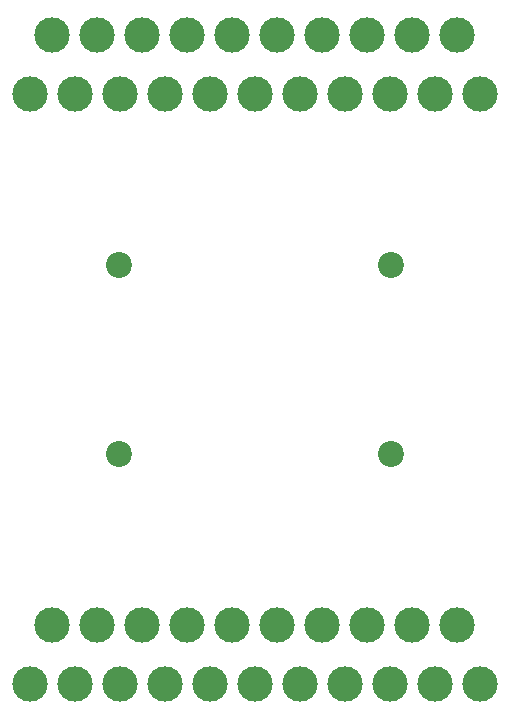
<source format=gbr>
%TF.GenerationSoftware,KiCad,Pcbnew,(6.0.8)*%
%TF.CreationDate,2023-05-31T19:07:23+02:00*%
%TF.ProjectId,RT5XP-EXP-Interconnect,52543558-502d-4455-9850-2d496e746572,rev?*%
%TF.SameCoordinates,Original*%
%TF.FileFunction,Soldermask,Bot*%
%TF.FilePolarity,Negative*%
%FSLAX46Y46*%
G04 Gerber Fmt 4.6, Leading zero omitted, Abs format (unit mm)*
G04 Created by KiCad (PCBNEW (6.0.8)) date 2023-05-31 19:07:23*
%MOMM*%
%LPD*%
G01*
G04 APERTURE LIST*
%ADD10C,2.200000*%
%ADD11C,3.000000*%
G04 APERTURE END LIST*
D10*
%TO.C,REF\u002A\u002A*%
X119400000Y-120500000D03*
%TD*%
%TO.C,REF\u002A\u002A*%
X119400000Y-104500000D03*
%TD*%
%TO.C,REF\u002A\u002A*%
X142400000Y-104500000D03*
%TD*%
%TO.C,REF\u002A\u002A*%
X142400000Y-120500000D03*
%TD*%
D11*
%TO.C,J2*%
X149950000Y-90000000D03*
X148045000Y-85000000D03*
X146140000Y-90000000D03*
X144235000Y-85000000D03*
X142330000Y-90000000D03*
X140425000Y-85000000D03*
X138520000Y-90000000D03*
X136615000Y-85000000D03*
X134710000Y-90000000D03*
X132805000Y-85000000D03*
X130900000Y-90000000D03*
X128995000Y-85000000D03*
X127090000Y-90000000D03*
X125185000Y-85000000D03*
X123280000Y-90000000D03*
X121375000Y-85000000D03*
X119470000Y-90000000D03*
X117565000Y-85000000D03*
X115660000Y-90000000D03*
X113755000Y-85000000D03*
X111850000Y-90000000D03*
%TD*%
%TO.C,J1*%
X111850000Y-140000000D03*
X113755000Y-135000000D03*
X115660000Y-140000000D03*
X117565000Y-135000000D03*
X119470000Y-140000000D03*
X121375000Y-135000000D03*
X123280000Y-140000000D03*
X125185000Y-135000000D03*
X127090000Y-140000000D03*
X128995000Y-135000000D03*
X130900000Y-140000000D03*
X132805000Y-135000000D03*
X134710000Y-140000000D03*
X136615000Y-135000000D03*
X138520000Y-140000000D03*
X140425000Y-135000000D03*
X142330000Y-140000000D03*
X144235000Y-135000000D03*
X146140000Y-140000000D03*
X148045000Y-135000000D03*
X149950000Y-140000000D03*
%TD*%
M02*

</source>
